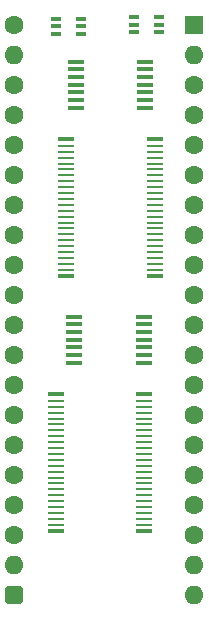
<source format=gts>
%TF.GenerationSoftware,KiCad,Pcbnew,8.0.7*%
%TF.CreationDate,2025-01-11T10:47:48+02:00*%
%TF.ProjectId,HCP65 Device Interrupts,48435036-3520-4446-9576-69636520496e,V0*%
%TF.SameCoordinates,Original*%
%TF.FileFunction,Soldermask,Top*%
%TF.FilePolarity,Negative*%
%FSLAX46Y46*%
G04 Gerber Fmt 4.6, Leading zero omitted, Abs format (unit mm)*
G04 Created by KiCad (PCBNEW 8.0.7) date 2025-01-11 10:47:48*
%MOMM*%
%LPD*%
G01*
G04 APERTURE LIST*
G04 Aperture macros list*
%AMRoundRect*
0 Rectangle with rounded corners*
0 $1 Rounding radius*
0 $2 $3 $4 $5 $6 $7 $8 $9 X,Y pos of 4 corners*
0 Add a 4 corners polygon primitive as box body*
4,1,4,$2,$3,$4,$5,$6,$7,$8,$9,$2,$3,0*
0 Add four circle primitives for the rounded corners*
1,1,$1+$1,$2,$3*
1,1,$1+$1,$4,$5*
1,1,$1+$1,$6,$7*
1,1,$1+$1,$8,$9*
0 Add four rect primitives between the rounded corners*
20,1,$1+$1,$2,$3,$4,$5,0*
20,1,$1+$1,$4,$5,$6,$7,0*
20,1,$1+$1,$6,$7,$8,$9,0*
20,1,$1+$1,$8,$9,$2,$3,0*%
G04 Aperture macros list end*
%ADD10R,1.600000X1.600000*%
%ADD11O,1.600000X1.600000*%
%ADD12C,1.600000*%
%ADD13RoundRect,0.400000X-0.400000X-0.400000X0.400000X-0.400000X0.400000X0.400000X-0.400000X0.400000X0*%
%ADD14R,1.475000X0.450000*%
%ADD15R,1.400000X0.400000*%
%ADD16R,1.400000X0.280000*%
%ADD17R,0.875000X0.450000*%
G04 APERTURE END LIST*
D10*
%TO.C,J2*%
X15240000Y0D03*
D11*
X15240000Y-2540000D03*
D12*
X15240000Y-5080000D03*
X15240000Y-7620000D03*
X15240000Y-10160000D03*
X15240000Y-12700000D03*
X15240000Y-15240000D03*
X15240000Y-17780000D03*
X15240000Y-20320000D03*
X15240000Y-22860000D03*
X15240000Y-25400000D03*
X15240000Y-27940000D03*
X15240000Y-30480000D03*
X15240000Y-33020000D03*
X15240000Y-35560000D03*
X15240000Y-38100000D03*
X15240000Y-40640000D03*
X15240000Y-43180000D03*
D11*
X15240000Y-45720000D03*
X15240000Y-48260000D03*
D13*
X0Y-48260000D03*
D11*
X0Y-45720000D03*
D12*
X0Y-43180000D03*
X0Y-40640000D03*
X0Y-38100000D03*
X0Y-35560000D03*
X0Y-33020000D03*
X0Y-30480000D03*
X0Y-27940000D03*
X0Y-25400000D03*
X0Y-22860000D03*
X0Y-20320000D03*
X0Y-17780000D03*
X0Y-15240000D03*
X0Y-12700000D03*
X0Y-10160000D03*
X0Y-7620000D03*
X0Y-5080000D03*
D11*
X0Y-2540000D03*
D12*
X0Y0D03*
%TD*%
D14*
%TO.C,IC2*%
X11066000Y-3130000D03*
X11066000Y-3780000D03*
X11066000Y-4430000D03*
X11066000Y-5080000D03*
X11066000Y-5730000D03*
X11066000Y-6380000D03*
X11066000Y-7030000D03*
X5190000Y-7030000D03*
X5190000Y-6380000D03*
X5190000Y-5730000D03*
X5190000Y-5080000D03*
X5190000Y-4430000D03*
X5190000Y-3780000D03*
X5190000Y-3130000D03*
%TD*%
D15*
%TO.C,IC1*%
X11878000Y-9684000D03*
D16*
X11878000Y-10244000D03*
X11878000Y-10744000D03*
X11878000Y-11244000D03*
X11878000Y-11744000D03*
X11878000Y-12244000D03*
X11878000Y-12744000D03*
X11878000Y-13244000D03*
X11878000Y-13744000D03*
X11878000Y-14244000D03*
X11878000Y-14744000D03*
X11878000Y-15244000D03*
X11878000Y-15744000D03*
X11878000Y-16244000D03*
X11878000Y-16744000D03*
X11878000Y-17244000D03*
X11878000Y-17744000D03*
X11878000Y-18244000D03*
X11878000Y-18744000D03*
X11878000Y-19244000D03*
X11878000Y-19744000D03*
X11878000Y-20244000D03*
X11878000Y-20744000D03*
D15*
X11878000Y-21304000D03*
X4378000Y-21304000D03*
D16*
X4378000Y-20744000D03*
X4378000Y-20244000D03*
X4378000Y-19744000D03*
X4378000Y-19244000D03*
X4378000Y-18744000D03*
X4378000Y-18244000D03*
X4378000Y-17744000D03*
X4378000Y-17244000D03*
X4378000Y-16744000D03*
X4378000Y-16244000D03*
X4378000Y-15744000D03*
X4378000Y-15244000D03*
X4378000Y-14744000D03*
X4378000Y-14244000D03*
X4378000Y-13744000D03*
X4378000Y-13244000D03*
X4378000Y-12744000D03*
X4378000Y-12244000D03*
X4378000Y-11744000D03*
X4378000Y-11244000D03*
X4378000Y-10744000D03*
X4378000Y-10244000D03*
D15*
X4378000Y-9684000D03*
%TD*%
D17*
%TO.C,IC7*%
X5634000Y523000D03*
X5634000Y-127000D03*
X5634000Y-777000D03*
X3510000Y-777000D03*
X3510000Y-127000D03*
X3510000Y523000D03*
%TD*%
D14*
%TO.C,IC3*%
X10939000Y-24720000D03*
X10939000Y-25370000D03*
X10939000Y-26020000D03*
X10939000Y-26670000D03*
X10939000Y-27320000D03*
X10939000Y-27970000D03*
X10939000Y-28620000D03*
X5063000Y-28620000D03*
X5063000Y-27970000D03*
X5063000Y-27320000D03*
X5063000Y-26670000D03*
X5063000Y-26020000D03*
X5063000Y-25370000D03*
X5063000Y-24720000D03*
%TD*%
D15*
%TO.C,IC4*%
X10989000Y-31274000D03*
D16*
X10989000Y-31834000D03*
X10989000Y-32334000D03*
X10989000Y-32834000D03*
X10989000Y-33334000D03*
X10989000Y-33834000D03*
X10989000Y-34334000D03*
X10989000Y-34834000D03*
X10989000Y-35334000D03*
X10989000Y-35834000D03*
X10989000Y-36334000D03*
X10989000Y-36834000D03*
X10989000Y-37334000D03*
X10989000Y-37834000D03*
X10989000Y-38334000D03*
X10989000Y-38834000D03*
X10989000Y-39334000D03*
X10989000Y-39834000D03*
X10989000Y-40334000D03*
X10989000Y-40834000D03*
X10989000Y-41334000D03*
X10989000Y-41834000D03*
X10989000Y-42334000D03*
D15*
X10989000Y-42894000D03*
X3489000Y-42894000D03*
D16*
X3489000Y-42334000D03*
X3489000Y-41834000D03*
X3489000Y-41334000D03*
X3489000Y-40834000D03*
X3489000Y-40334000D03*
X3489000Y-39834000D03*
X3489000Y-39334000D03*
X3489000Y-38834000D03*
X3489000Y-38334000D03*
X3489000Y-37834000D03*
X3489000Y-37334000D03*
X3489000Y-36834000D03*
X3489000Y-36334000D03*
X3489000Y-35834000D03*
X3489000Y-35334000D03*
X3489000Y-34834000D03*
X3489000Y-34334000D03*
X3489000Y-33834000D03*
X3489000Y-33334000D03*
X3489000Y-32834000D03*
X3489000Y-32334000D03*
X3489000Y-31834000D03*
D15*
X3489000Y-31274000D03*
%TD*%
D17*
%TO.C,IC9*%
X10114000Y-650000D03*
X10114000Y0D03*
X10114000Y650000D03*
X12238000Y650000D03*
X12238000Y0D03*
X12238000Y-650000D03*
%TD*%
M02*

</source>
